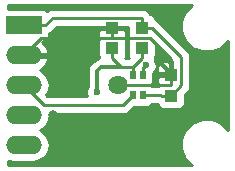
<source format=gtl>
G04 #@! TF.FileFunction,Copper,L1,Top,Signal*
%FSLAX46Y46*%
G04 Gerber Fmt 4.6, Leading zero omitted, Abs format (unit mm)*
G04 Created by KiCad (PCBNEW 4.0.1-stable) date 2017/04/29 17:49:22*
%MOMM*%
G01*
G04 APERTURE LIST*
%ADD10C,0.050000*%
%ADD11R,1.079500X1.049020*%
%ADD12R,3.048000X1.524000*%
%ADD13O,3.048000X1.524000*%
%ADD14C,1.625000*%
%ADD15R,0.522000X0.725000*%
%ADD16C,0.800000*%
%ADD17C,0.600000*%
%ADD18C,0.250000*%
%ADD19C,0.300000*%
%ADD20C,0.254000*%
G04 APERTURE END LIST*
D10*
D11*
X154500000Y-108373760D03*
X154500000Y-106626240D03*
D12*
X142000000Y-102420000D03*
D13*
X142000000Y-104960000D03*
X142000000Y-107500000D03*
X142000000Y-110040000D03*
X142000000Y-112580000D03*
D11*
X149500000Y-104373760D03*
X149500000Y-102626240D03*
X152000000Y-102626240D03*
X152000000Y-104373760D03*
D14*
X150000000Y-107500000D03*
D15*
X151252000Y-106662500D03*
X151252000Y-108337500D03*
X152074000Y-108337500D03*
X152074000Y-106662500D03*
D16*
X147000000Y-107500000D03*
X146000000Y-104500000D03*
X144500000Y-110000000D03*
X149500000Y-112000000D03*
X153500000Y-105500000D03*
D17*
X152361000Y-105797900D03*
X148213800Y-108081400D03*
D18*
X144492900Y-101776400D02*
X143849300Y-102420000D01*
X152000000Y-101776400D02*
X144492900Y-101776400D01*
X142000000Y-102420000D02*
X143849300Y-102420000D01*
X152000000Y-102432100D02*
X152000000Y-101776400D01*
X153598600Y-108337500D02*
X153634900Y-108373800D01*
X152074000Y-108337500D02*
X153598600Y-108337500D01*
X154500000Y-108373800D02*
X153634900Y-108373800D01*
X152000000Y-102432100D02*
X152000000Y-102626200D01*
X155365100Y-107508700D02*
X154500000Y-108373800D01*
X155365100Y-105126200D02*
X155365100Y-107508700D01*
X152865100Y-102626200D02*
X155365100Y-105126200D01*
X152000000Y-102626200D02*
X152865100Y-102626200D01*
D19*
X144500000Y-110000000D02*
X147500000Y-110000000D01*
X146000000Y-106500000D02*
X147000000Y-107500000D01*
X147000000Y-103476000D02*
X147000000Y-103500000D01*
X147000000Y-103500000D02*
X146000000Y-104500000D01*
X146000000Y-104500000D02*
X146000000Y-106500000D01*
X147500000Y-110000000D02*
X149500000Y-112000000D01*
X154500000Y-106626240D02*
X154500000Y-106500000D01*
X154500000Y-106500000D02*
X153500000Y-105500000D01*
D18*
X149500000Y-102626200D02*
X149500000Y-103363400D01*
X154476000Y-107500000D02*
X154500000Y-107476000D01*
X150000000Y-107500000D02*
X154476000Y-107500000D01*
X154500000Y-106626200D02*
X154500000Y-107476000D01*
X143484000Y-103476000D02*
X142000000Y-104960000D01*
X149500000Y-103476000D02*
X147000000Y-103476000D01*
X147000000Y-103476000D02*
X143484000Y-103476000D01*
X149500000Y-103363400D02*
X149500000Y-103476000D01*
X154500000Y-105316000D02*
X154500000Y-106626200D01*
X152660000Y-103476000D02*
X154500000Y-105316000D01*
X149500000Y-103476000D02*
X152660000Y-103476000D01*
X150382800Y-109206700D02*
X151252000Y-108337500D01*
X143706700Y-109206700D02*
X150382800Y-109206700D01*
X142000000Y-107500000D02*
X143706700Y-109206700D01*
X152074000Y-106662500D02*
X152074000Y-105974700D01*
X152184200Y-105974700D02*
X152361000Y-105797900D01*
X152074000Y-105974700D02*
X152184200Y-105974700D01*
D19*
X150251100Y-105974700D02*
X148525300Y-105974700D01*
X148213800Y-106286200D02*
X148213800Y-108081400D01*
X148525300Y-105974700D02*
X148213800Y-106286200D01*
D18*
X151252000Y-106662500D02*
X151252000Y-105974700D01*
X149500000Y-104373800D02*
X149500000Y-105223600D01*
X152000000Y-105226700D02*
X151252000Y-105974700D01*
X152000000Y-104373800D02*
X152000000Y-105226700D01*
X148213800Y-107659100D02*
X148213800Y-108081400D01*
X150251100Y-105974700D02*
X150074700Y-105798200D01*
X151252000Y-105974700D02*
X150251100Y-105974700D01*
X150074700Y-105798200D02*
X149500000Y-105223600D01*
D20*
G36*
X155691091Y-101289041D02*
X155365372Y-102073459D01*
X155364630Y-102922815D01*
X155688980Y-103707800D01*
X156289041Y-104308909D01*
X157073459Y-104634628D01*
X157922815Y-104635370D01*
X158707800Y-104311020D01*
X159290000Y-103729835D01*
X159290000Y-111271143D01*
X158710959Y-110691091D01*
X157926541Y-110365372D01*
X157077185Y-110364630D01*
X156292200Y-110688980D01*
X155691091Y-111289041D01*
X155365372Y-112073459D01*
X155364630Y-112922815D01*
X155688980Y-113707800D01*
X156270165Y-114290000D01*
X140710000Y-114290000D01*
X140710000Y-113880388D01*
X141195703Y-113977000D01*
X142804297Y-113977000D01*
X143338906Y-113870660D01*
X143792125Y-113567828D01*
X144094957Y-113114609D01*
X144201297Y-112580000D01*
X144094957Y-112045391D01*
X143792125Y-111592172D01*
X143369826Y-111310000D01*
X143792125Y-111027828D01*
X144094957Y-110574609D01*
X144201297Y-110040000D01*
X144186717Y-109966700D01*
X150382800Y-109966700D01*
X150673639Y-109908848D01*
X150920201Y-109744101D01*
X151316862Y-109347440D01*
X151513000Y-109347440D01*
X151668507Y-109318179D01*
X151813000Y-109347440D01*
X152335000Y-109347440D01*
X152570317Y-109303162D01*
X152786441Y-109164090D01*
X152831940Y-109097500D01*
X153350298Y-109097500D01*
X153357088Y-109133587D01*
X153496160Y-109349711D01*
X153708360Y-109494701D01*
X153960250Y-109545710D01*
X155039750Y-109545710D01*
X155275067Y-109501432D01*
X155491191Y-109362360D01*
X155636181Y-109150160D01*
X155687190Y-108898270D01*
X155687190Y-108261412D01*
X155902501Y-108046101D01*
X156067248Y-107799539D01*
X156125100Y-107508700D01*
X156125100Y-105126200D01*
X156067248Y-104835361D01*
X155902501Y-104588799D01*
X153402501Y-102088799D01*
X153155939Y-101924052D01*
X153153673Y-101923601D01*
X153142912Y-101866413D01*
X153003840Y-101650289D01*
X152791640Y-101505299D01*
X152702483Y-101487244D01*
X152702148Y-101485561D01*
X152537401Y-101238999D01*
X152290839Y-101074252D01*
X152000000Y-101016400D01*
X144492900Y-101016400D01*
X144202061Y-101074252D01*
X143992889Y-101214016D01*
X143988090Y-101206559D01*
X143775890Y-101061569D01*
X143524000Y-101010560D01*
X140710000Y-101010560D01*
X140710000Y-100710000D01*
X156271143Y-100710000D01*
X155691091Y-101289041D01*
X155691091Y-101289041D01*
G37*
X155691091Y-101289041D02*
X155365372Y-102073459D01*
X155364630Y-102922815D01*
X155688980Y-103707800D01*
X156289041Y-104308909D01*
X157073459Y-104634628D01*
X157922815Y-104635370D01*
X158707800Y-104311020D01*
X159290000Y-103729835D01*
X159290000Y-111271143D01*
X158710959Y-110691091D01*
X157926541Y-110365372D01*
X157077185Y-110364630D01*
X156292200Y-110688980D01*
X155691091Y-111289041D01*
X155365372Y-112073459D01*
X155364630Y-112922815D01*
X155688980Y-113707800D01*
X156270165Y-114290000D01*
X140710000Y-114290000D01*
X140710000Y-113880388D01*
X141195703Y-113977000D01*
X142804297Y-113977000D01*
X143338906Y-113870660D01*
X143792125Y-113567828D01*
X144094957Y-113114609D01*
X144201297Y-112580000D01*
X144094957Y-112045391D01*
X143792125Y-111592172D01*
X143369826Y-111310000D01*
X143792125Y-111027828D01*
X144094957Y-110574609D01*
X144201297Y-110040000D01*
X144186717Y-109966700D01*
X150382800Y-109966700D01*
X150673639Y-109908848D01*
X150920201Y-109744101D01*
X151316862Y-109347440D01*
X151513000Y-109347440D01*
X151668507Y-109318179D01*
X151813000Y-109347440D01*
X152335000Y-109347440D01*
X152570317Y-109303162D01*
X152786441Y-109164090D01*
X152831940Y-109097500D01*
X153350298Y-109097500D01*
X153357088Y-109133587D01*
X153496160Y-109349711D01*
X153708360Y-109494701D01*
X153960250Y-109545710D01*
X155039750Y-109545710D01*
X155275067Y-109501432D01*
X155491191Y-109362360D01*
X155636181Y-109150160D01*
X155687190Y-108898270D01*
X155687190Y-108261412D01*
X155902501Y-108046101D01*
X156067248Y-107799539D01*
X156125100Y-107508700D01*
X156125100Y-105126200D01*
X156067248Y-104835361D01*
X155902501Y-104588799D01*
X153402501Y-102088799D01*
X153155939Y-101924052D01*
X153153673Y-101923601D01*
X153142912Y-101866413D01*
X153003840Y-101650289D01*
X152791640Y-101505299D01*
X152702483Y-101487244D01*
X152702148Y-101485561D01*
X152537401Y-101238999D01*
X152290839Y-101074252D01*
X152000000Y-101016400D01*
X144492900Y-101016400D01*
X144202061Y-101074252D01*
X143992889Y-101214016D01*
X143988090Y-101206559D01*
X143775890Y-101061569D01*
X143524000Y-101010560D01*
X140710000Y-101010560D01*
X140710000Y-100710000D01*
X156271143Y-100710000D01*
X155691091Y-101289041D01*
G36*
X150812810Y-103150750D02*
X150857088Y-103386067D01*
X150930373Y-103499955D01*
X150863819Y-103597360D01*
X150812810Y-103849250D01*
X150812810Y-104898270D01*
X150857088Y-105133587D01*
X150909283Y-105214700D01*
X150592083Y-105214700D01*
X150636181Y-105150160D01*
X150687190Y-104898270D01*
X150687190Y-103849250D01*
X150642912Y-103613933D01*
X150577009Y-103511516D01*
X150578077Y-103510448D01*
X150674750Y-103277059D01*
X150674750Y-102911990D01*
X150516000Y-102753240D01*
X149627000Y-102753240D01*
X149627000Y-102773240D01*
X149373000Y-102773240D01*
X149373000Y-102753240D01*
X148484000Y-102753240D01*
X148325250Y-102911990D01*
X148325250Y-103277059D01*
X148421923Y-103510448D01*
X148422684Y-103511209D01*
X148363819Y-103597360D01*
X148312810Y-103849250D01*
X148312810Y-104898270D01*
X148357088Y-105133587D01*
X148408186Y-105212995D01*
X148224894Y-105249455D01*
X147970221Y-105419621D01*
X147970219Y-105419624D01*
X147658721Y-105731121D01*
X147488555Y-105985793D01*
X147438828Y-106235786D01*
X147428800Y-106286200D01*
X147428800Y-107543894D01*
X147421608Y-107551073D01*
X147278962Y-107894601D01*
X147278638Y-108266567D01*
X147353067Y-108446700D01*
X144021502Y-108446700D01*
X143900474Y-108325672D01*
X144094957Y-108034609D01*
X144201297Y-107500000D01*
X144094957Y-106965391D01*
X143792125Y-106512172D01*
X143354338Y-106219651D01*
X143413941Y-106202059D01*
X143839630Y-105858026D01*
X144101260Y-105377277D01*
X144116220Y-105303070D01*
X143993720Y-105087000D01*
X142127000Y-105087000D01*
X142127000Y-105107000D01*
X141873000Y-105107000D01*
X141873000Y-105087000D01*
X141853000Y-105087000D01*
X141853000Y-104833000D01*
X141873000Y-104833000D01*
X141873000Y-104813000D01*
X142127000Y-104813000D01*
X142127000Y-104833000D01*
X143993720Y-104833000D01*
X144116220Y-104616930D01*
X144101260Y-104542723D01*
X143839630Y-104061974D01*
X143546634Y-103825181D01*
X143759317Y-103785162D01*
X143975441Y-103646090D01*
X144120431Y-103433890D01*
X144171440Y-103182000D01*
X144171440Y-103101233D01*
X144386701Y-102957401D01*
X144807702Y-102536400D01*
X150812810Y-102536400D01*
X150812810Y-103150750D01*
X150812810Y-103150750D01*
G37*
X150812810Y-103150750D02*
X150857088Y-103386067D01*
X150930373Y-103499955D01*
X150863819Y-103597360D01*
X150812810Y-103849250D01*
X150812810Y-104898270D01*
X150857088Y-105133587D01*
X150909283Y-105214700D01*
X150592083Y-105214700D01*
X150636181Y-105150160D01*
X150687190Y-104898270D01*
X150687190Y-103849250D01*
X150642912Y-103613933D01*
X150577009Y-103511516D01*
X150578077Y-103510448D01*
X150674750Y-103277059D01*
X150674750Y-102911990D01*
X150516000Y-102753240D01*
X149627000Y-102753240D01*
X149627000Y-102773240D01*
X149373000Y-102773240D01*
X149373000Y-102753240D01*
X148484000Y-102753240D01*
X148325250Y-102911990D01*
X148325250Y-103277059D01*
X148421923Y-103510448D01*
X148422684Y-103511209D01*
X148363819Y-103597360D01*
X148312810Y-103849250D01*
X148312810Y-104898270D01*
X148357088Y-105133587D01*
X148408186Y-105212995D01*
X148224894Y-105249455D01*
X147970221Y-105419621D01*
X147970219Y-105419624D01*
X147658721Y-105731121D01*
X147488555Y-105985793D01*
X147438828Y-106235786D01*
X147428800Y-106286200D01*
X147428800Y-107543894D01*
X147421608Y-107551073D01*
X147278962Y-107894601D01*
X147278638Y-108266567D01*
X147353067Y-108446700D01*
X144021502Y-108446700D01*
X143900474Y-108325672D01*
X144094957Y-108034609D01*
X144201297Y-107500000D01*
X144094957Y-106965391D01*
X143792125Y-106512172D01*
X143354338Y-106219651D01*
X143413941Y-106202059D01*
X143839630Y-105858026D01*
X144101260Y-105377277D01*
X144116220Y-105303070D01*
X143993720Y-105087000D01*
X142127000Y-105087000D01*
X142127000Y-105107000D01*
X141873000Y-105107000D01*
X141873000Y-105087000D01*
X141853000Y-105087000D01*
X141853000Y-104833000D01*
X141873000Y-104833000D01*
X141873000Y-104813000D01*
X142127000Y-104813000D01*
X142127000Y-104833000D01*
X143993720Y-104833000D01*
X144116220Y-104616930D01*
X144101260Y-104542723D01*
X143839630Y-104061974D01*
X143546634Y-103825181D01*
X143759317Y-103785162D01*
X143975441Y-103646090D01*
X144120431Y-103433890D01*
X144171440Y-103182000D01*
X144171440Y-103101233D01*
X144386701Y-102957401D01*
X144807702Y-102536400D01*
X150812810Y-102536400D01*
X150812810Y-103150750D01*
G36*
X150193748Y-107485858D02*
X150179605Y-107500000D01*
X150193748Y-107514143D01*
X150014143Y-107693748D01*
X150000000Y-107679605D01*
X149985858Y-107693748D01*
X149806253Y-107514143D01*
X149820395Y-107500000D01*
X149806253Y-107485858D01*
X149985858Y-107306253D01*
X150000000Y-107320395D01*
X150014143Y-107306253D01*
X150193748Y-107485858D01*
X150193748Y-107485858D01*
G37*
X150193748Y-107485858D02*
X150179605Y-107500000D01*
X150193748Y-107514143D01*
X150014143Y-107693748D01*
X150000000Y-107679605D01*
X149985858Y-107693748D01*
X149806253Y-107514143D01*
X149820395Y-107500000D01*
X149806253Y-107485858D01*
X149985858Y-107306253D01*
X150000000Y-107320395D01*
X150014143Y-107306253D01*
X150193748Y-107485858D01*
G36*
X154605100Y-105441002D02*
X154605100Y-106773240D01*
X154373000Y-106773240D01*
X154373000Y-106753240D01*
X153484000Y-106753240D01*
X153325250Y-106911990D01*
X153325250Y-107277059D01*
X153421923Y-107510448D01*
X153422684Y-107511209D01*
X153377389Y-107577500D01*
X152833800Y-107577500D01*
X152799090Y-107523559D01*
X152766975Y-107501616D01*
X152786441Y-107489090D01*
X152931431Y-107276890D01*
X152982440Y-107025000D01*
X152982440Y-106498681D01*
X153153192Y-106328227D01*
X153295838Y-105984699D01*
X153295846Y-105975421D01*
X153325250Y-105975421D01*
X153325250Y-106340490D01*
X153484000Y-106499240D01*
X154373000Y-106499240D01*
X154373000Y-105625480D01*
X154214250Y-105466730D01*
X153833940Y-105466730D01*
X153600551Y-105563403D01*
X153421923Y-105742032D01*
X153325250Y-105975421D01*
X153295846Y-105975421D01*
X153296162Y-105612733D01*
X153154117Y-105268957D01*
X153095281Y-105210019D01*
X153136181Y-105150160D01*
X153187190Y-104898270D01*
X153187190Y-104023092D01*
X154605100Y-105441002D01*
X154605100Y-105441002D01*
G37*
X154605100Y-105441002D02*
X154605100Y-106773240D01*
X154373000Y-106773240D01*
X154373000Y-106753240D01*
X153484000Y-106753240D01*
X153325250Y-106911990D01*
X153325250Y-107277059D01*
X153421923Y-107510448D01*
X153422684Y-107511209D01*
X153377389Y-107577500D01*
X152833800Y-107577500D01*
X152799090Y-107523559D01*
X152766975Y-107501616D01*
X152786441Y-107489090D01*
X152931431Y-107276890D01*
X152982440Y-107025000D01*
X152982440Y-106498681D01*
X153153192Y-106328227D01*
X153295838Y-105984699D01*
X153295846Y-105975421D01*
X153325250Y-105975421D01*
X153325250Y-106340490D01*
X153484000Y-106499240D01*
X154373000Y-106499240D01*
X154373000Y-105625480D01*
X154214250Y-105466730D01*
X153833940Y-105466730D01*
X153600551Y-105563403D01*
X153421923Y-105742032D01*
X153325250Y-105975421D01*
X153295846Y-105975421D01*
X153296162Y-105612733D01*
X153154117Y-105268957D01*
X153095281Y-105210019D01*
X153136181Y-105150160D01*
X153187190Y-104898270D01*
X153187190Y-104023092D01*
X154605100Y-105441002D01*
M02*

</source>
